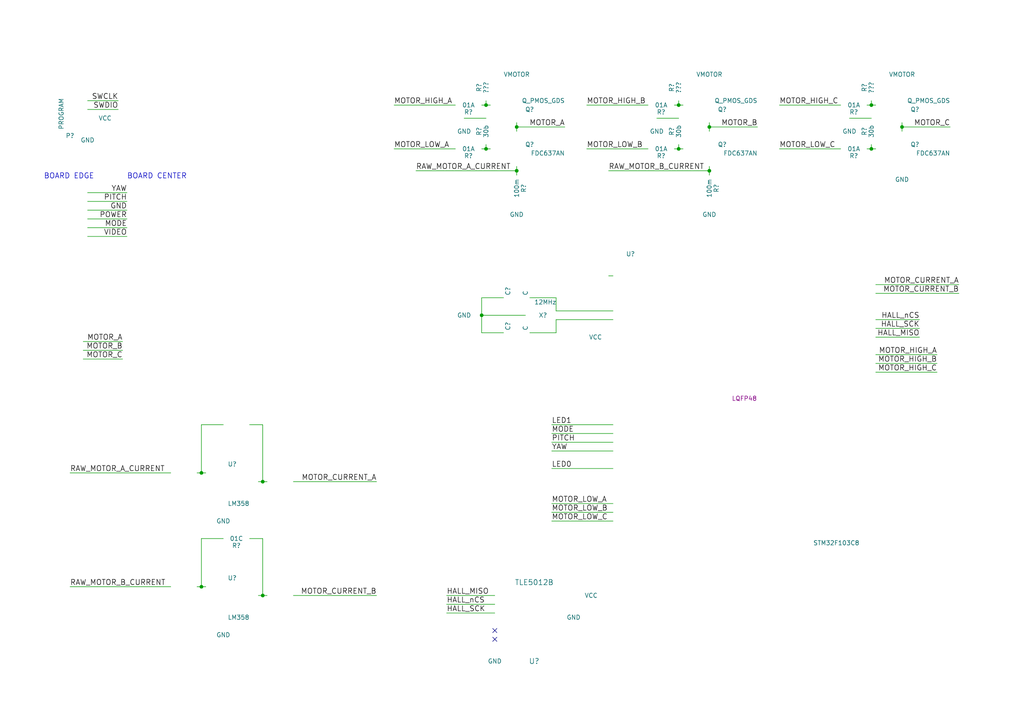
<source format=kicad_sch>
(kicad_sch (version 20230121) (generator eeschema)
  (paper "A4")
  (lib_symbols)
  (junction (at 139.7 91.44))
  (junction (at 205.74 49.53))
  (junction (at 261.62 36.83))
  (junction (at 252.73 30.48))
  (junction (at 149.86 36.83))
  (junction (at 140.97 30.48))
  (junction (at 58.42 170.18))
  (junction (at 58.42 137.16))
  (junction (at 149.86 49.53))
  (junction (at 196.85 30.48))
  (junction (at 196.85 43.18))
  (junction (at 76.2 139.7))
  (junction (at 140.97 43.18))
  (junction (at 205.74 36.83))
  (junction (at 76.2 172.72))
  (junction (at 252.73 43.18))
  (no_connect (at 143.51 182.88))
  (no_connect (at 143.51 185.42))
  (wire (pts (xy 139.7 96.52) (xy 146.05 96.52)))
  (wire (pts (xy 261.62 36.83) (xy 261.62 38.1)))
  (wire (pts (xy 195.58 43.18) (xy 196.85 43.18)))
  (wire (pts (xy 76.2 156.21) (xy 72.39 156.21)))
  (wire (pts (xy 149.86 49.53) (xy 120.65 49.53)))
  (wire (pts (xy 254 95.25) (xy 266.7 95.25)))
  (wire (pts (xy 205.74 48.26) (xy 205.74 49.53)))
  (wire (pts (xy 177.8 128.27) (xy 160.02 128.27)))
  (wire (pts (xy 161.29 90.17) (xy 161.29 86.36)))
  (wire (pts (xy 205.74 49.53) (xy 205.74 50.8)))
  (wire (pts (xy 149.86 48.26) (xy 149.86 49.53)))
  (wire (pts (xy 243.84 30.48) (xy 226.06 30.48)))
  (wire (pts (xy 176.53 80.01) (xy 177.8 80.01)))
  (wire (pts (xy 196.85 29.21) (xy 196.85 30.48)))
  (wire (pts (xy 34.29 29.21) (xy 25.4 29.21)))
  (wire (pts (xy 57.15 170.18) (xy 58.42 170.18)))
  (wire (pts (xy 140.97 30.48) (xy 142.24 30.48)))
  (wire (pts (xy 149.86 36.83) (xy 149.86 38.1)))
  (wire (pts (xy 254 102.87) (xy 271.78 102.87)))
  (wire (pts (xy 254 107.95) (xy 271.78 107.95)))
  (wire (pts (xy 254 97.79) (xy 266.7 97.79)))
  (wire (pts (xy 140.97 34.29) (xy 134.62 34.29)))
  (wire (pts (xy 25.4 60.96) (xy 36.83 60.96)))
  (wire (pts (xy 153.67 96.52) (xy 161.29 96.52)))
  (wire (pts (xy 129.54 175.26) (xy 143.51 175.26)))
  (wire (pts (xy 251.46 43.18) (xy 252.73 43.18)))
  (wire (pts (xy 76.2 123.19) (xy 72.39 123.19)))
  (wire (pts (xy 205.74 35.56) (xy 205.74 36.83)))
  (wire (pts (xy 74.93 139.7) (xy 76.2 139.7)))
  (wire (pts (xy 24.13 104.14) (xy 35.56 104.14)))
  (wire (pts (xy 143.51 172.72) (xy 129.54 172.72)))
  (wire (pts (xy 25.4 68.58) (xy 36.83 68.58)))
  (wire (pts (xy 177.8 92.71) (xy 161.29 92.71)))
  (wire (pts (xy 146.05 86.36) (xy 139.7 86.36)))
  (wire (pts (xy 76.2 139.7) (xy 77.47 139.7)))
  (wire (pts (xy 243.84 43.18) (xy 226.06 43.18)))
  (wire (pts (xy 196.85 30.48) (xy 198.12 30.48)))
  (wire (pts (xy 25.4 31.75) (xy 34.29 31.75)))
  (wire (pts (xy 139.7 43.18) (xy 140.97 43.18)))
  (wire (pts (xy 251.46 30.48) (xy 252.73 30.48)))
  (wire (pts (xy 161.29 92.71) (xy 161.29 96.52)))
  (wire (pts (xy 196.85 43.18) (xy 198.12 43.18)))
  (wire (pts (xy 132.08 30.48) (xy 114.3 30.48)))
  (wire (pts (xy 58.42 123.19) (xy 58.42 137.16)))
  (wire (pts (xy 177.8 90.17) (xy 161.29 90.17)))
  (wire (pts (xy 25.4 63.5) (xy 36.83 63.5)))
  (wire (pts (xy 139.7 30.48) (xy 140.97 30.48)))
  (wire (pts (xy 49.53 137.16) (xy 20.32 137.16)))
  (wire (pts (xy 132.08 43.18) (xy 114.3 43.18)))
  (wire (pts (xy 109.22 139.7) (xy 85.09 139.7)))
  (wire (pts (xy 74.93 172.72) (xy 76.2 172.72)))
  (wire (pts (xy 149.86 36.83) (xy 163.83 36.83)))
  (wire (pts (xy 64.77 156.21) (xy 58.42 156.21)))
  (wire (pts (xy 254 82.55) (xy 278.13 82.55)))
  (wire (pts (xy 76.2 172.72) (xy 76.2 156.21)))
  (wire (pts (xy 25.4 66.04) (xy 36.83 66.04)))
  (wire (pts (xy 187.96 43.18) (xy 170.18 43.18)))
  (wire (pts (xy 143.51 177.8) (xy 129.54 177.8)))
  (wire (pts (xy 187.96 30.48) (xy 170.18 30.48)))
  (wire (pts (xy 25.4 55.88) (xy 36.83 55.88)))
  (wire (pts (xy 177.8 146.05) (xy 160.02 146.05)))
  (wire (pts (xy 205.74 36.83) (xy 205.74 38.1)))
  (wire (pts (xy 252.73 30.48) (xy 254 30.48)))
  (wire (pts (xy 177.8 151.13) (xy 160.02 151.13)))
  (wire (pts (xy 195.58 30.48) (xy 196.85 30.48)))
  (wire (pts (xy 109.22 172.72) (xy 85.09 172.72)))
  (wire (pts (xy 140.97 41.91) (xy 140.97 43.18)))
  (wire (pts (xy 153.67 86.36) (xy 161.29 86.36)))
  (wire (pts (xy 196.85 41.91) (xy 196.85 43.18)))
  (wire (pts (xy 49.53 170.18) (xy 20.32 170.18)))
  (wire (pts (xy 177.8 130.81) (xy 160.02 130.81)))
  (wire (pts (xy 58.42 156.21) (xy 58.42 170.18)))
  (wire (pts (xy 261.62 36.83) (xy 275.59 36.83)))
  (wire (pts (xy 177.8 135.89) (xy 160.02 135.89)))
  (wire (pts (xy 58.42 170.18) (xy 59.69 170.18)))
  (wire (pts (xy 139.7 86.36) (xy 139.7 91.44)))
  (wire (pts (xy 205.74 49.53) (xy 176.53 49.53)))
  (wire (pts (xy 57.15 137.16) (xy 58.42 137.16)))
  (wire (pts (xy 139.7 91.44) (xy 139.7 96.52)))
  (wire (pts (xy 254 92.71) (xy 266.7 92.71)))
  (wire (pts (xy 252.73 29.21) (xy 252.73 30.48)))
  (wire (pts (xy 196.85 34.29) (xy 190.5 34.29)))
  (wire (pts (xy 252.73 43.18) (xy 254 43.18)))
  (wire (pts (xy 149.86 35.56) (xy 149.86 36.83)))
  (wire (pts (xy 140.97 43.18) (xy 142.24 43.18)))
  (wire (pts (xy 254 85.09) (xy 278.13 85.09)))
  (wire (pts (xy 76.2 172.72) (xy 77.47 172.72)))
  (wire (pts (xy 149.86 49.53) (xy 149.86 50.8)))
  (wire (pts (xy 58.42 137.16) (xy 59.69 137.16)))
  (wire (pts (xy 152.4 91.44) (xy 139.7 91.44)))
  (wire (pts (xy 25.4 58.42) (xy 36.83 58.42)))
  (wire (pts (xy 160.02 123.19) (xy 177.8 123.19)))
  (wire (pts (xy 64.77 123.19) (xy 58.42 123.19)))
  (wire (pts (xy 205.74 36.83) (xy 219.71 36.83)))
  (wire (pts (xy 261.62 35.56) (xy 261.62 36.83)))
  (wire (pts (xy 254 105.41) (xy 271.78 105.41)))
  (wire (pts (xy 76.2 139.7) (xy 76.2 123.19)))
  (wire (pts (xy 177.8 125.73) (xy 160.02 125.73)))
  (wire (pts (xy 24.13 99.06) (xy 35.56 99.06)))
  (wire (pts (xy 252.73 41.91) (xy 252.73 43.18)))
  (wire (pts (xy 252.73 34.29) (xy 246.38 34.29)))
  (wire (pts (xy 177.8 148.59) (xy 160.02 148.59)))
  (wire (pts (xy 140.97 29.21) (xy 140.97 30.48)))
  (wire (pts (xy 35.56 101.6) (xy 24.13 101.6)))
  (text "BOARD EDGE" (at 12.7 52.07 0) (effects (font (size 1.524 1.524)) (justify left bottom)))
  (text "BOARD CENTER" (at 36.83 52.07 0) (effects (font (size 1.524 1.524)) (justify left bottom)))
  (label "MOTOR_HIGH_B" (at 271.78 105.41 180) (effects (font (size 1.524 1.524))))
  (label "MOTOR_LOW_B" (at 160.02 148.59 0) (effects (font (size 1.524 1.524))))
  (label "RAW_MOTOR_A_CURRENT" (at 120.65 49.53 0) (effects (font (size 1.524 1.524))))
  (label "MOTOR_HIGH_A" (at 114.3 30.48 0) (effects (font (size 1.524 1.524))))
  (label "PITCH" (at 160.02 128.27 0) (effects (font (size 1.524 1.524))))
  (label "MOTOR_A" (at 35.56 99.06 180) (effects (font (size 1.524 1.524))))
  (label "HALL_SCK" (at 129.54 177.8 0) (effects (font (size 1.524 1.524))))
  (label "MOTOR_HIGH_C" (at 226.06 30.48 0) (effects (font (size 1.524 1.524))))
  (label "HALL_nCS" (at 129.54 175.26 0) (effects (font (size 1.524 1.524))))
  (label "HALL_MISO" (at 266.7 97.79 180) (effects (font (size 1.524 1.524))))
  (label "MOTOR_C" (at 275.59 36.83 180) (effects (font (size 1.524 1.524))))
  (label "RAW_MOTOR_B_CURRENT" (at 20.32 170.18 0) (effects (font (size 1.524 1.524))))
  (label "MODE" (at 36.83 66.04 180) (effects (font (size 1.524 1.524))))
  (label "MOTOR_HIGH_A" (at 271.78 102.87 180) (effects (font (size 1.524 1.524))))
  (label "GND" (at 36.83 60.96 180) (effects (font (size 1.524 1.524))))
  (label "MOTOR_B" (at 219.71 36.83 180) (effects (font (size 1.524 1.524))))
  (label "HALL_SCK" (at 266.7 95.25 180) (effects (font (size 1.524 1.524))))
  (label "MODE" (at 160.02 125.73 0) (effects (font (size 1.524 1.524))))
  (label "YAW" (at 160.02 130.81 0) (effects (font (size 1.524 1.524))))
  (label "MOTOR_CURRENT_A" (at 278.13 82.55 180) (effects (font (size 1.524 1.524))))
  (label "MOTOR_LOW_C" (at 226.06 43.18 0) (effects (font (size 1.524 1.524))))
  (label "HALL_nCS" (at 266.7 92.71 180) (effects (font (size 1.524 1.524))))
  (label "MOTOR_LOW_B" (at 170.18 43.18 0) (effects (font (size 1.524 1.524))))
  (label "MOTOR_HIGH_C" (at 271.78 107.95 180) (effects (font (size 1.524 1.524))))
  (label "MOTOR_B" (at 35.56 101.6 180) (effects (font (size 1.524 1.524))))
  (label "VIDEO" (at 36.83 68.58 180) (effects (font (size 1.524 1.524))))
  (label "LED0" (at 160.02 135.89 0) (effects (font (size 1.524 1.524))))
  (label "LED1" (at 160.02 123.19 0) (effects (font (size 1.524 1.524))))
  (label "MOTOR_LOW_A" (at 114.3 43.18 0) (effects (font (size 1.524 1.524))))
  (label "MOTOR_LOW_A" (at 160.02 146.05 0) (effects (font (size 1.524 1.524))))
  (label "MOTOR_A" (at 163.83 36.83 180) (effects (font (size 1.524 1.524))))
  (label "MOTOR_LOW_C" (at 160.02 151.13 0) (effects (font (size 1.524 1.524))))
  (label "SWDIO" (at 34.29 31.75 180) (effects (font (size 1.524 1.524))))
  (label "MOTOR_CURRENT_A" (at 109.22 139.7 180) (effects (font (size 1.524 1.524))))
  (label "HALL_MISO" (at 129.54 172.72 0) (effects (font (size 1.524 1.524))))
  (label "MOTOR_CURRENT_B" (at 278.13 85.09 180) (effects (font (size 1.524 1.524))))
  (label "PITCH" (at 36.83 58.42 180) (effects (font (size 1.524 1.524))))
  (label "YAW" (at 36.83 55.88 180) (effects (font (size 1.524 1.524))))
  (label "POWER" (at 36.83 63.5 180) (effects (font (size 1.524 1.524))))
  (label "SWCLK" (at 34.29 29.21 180) (effects (font (size 1.524 1.524))))
  (label "RAW_MOTOR_B_CURRENT" (at 176.53 49.53 0) (effects (font (size 1.524 1.524))))
  (label "RAW_MOTOR_A_CURRENT" (at 20.32 137.16 0) (effects (font (size 1.524 1.524))))
  (label "MOTOR_C" (at 35.56 104.14 180) (effects (font (size 1.524 1.524))))
  (label "MOTOR_HIGH_B" (at 170.18 30.48 0) (effects (font (size 1.524 1.524))))
  (label "MOTOR_CURRENT_B" (at 109.22 172.72 180) (effects (font (size 1.524 1.524))))
  (symbol (lib_id "STM32F103C8") (at 215.9 115.57 0) (unit 1)
    (property "Reference" "U?" (at 182.88 73.66 0))
    (property "Value" "STM32F103C8" (at 242.57 157.48 0))
    (property "Footprint" "LQFP48" (at 215.9 115.57 0))
  )
  (symbol (lib_id "CONN_01X04") (at 20.32 33.02 180) (unit 1)
    (property "Reference" "P?" (at 20.32 39.37 0))
    (property "Value" "PROGRAM" (at 17.78 33.02 90))
  )
  (symbol (lib_id "GND") (at 25.4 36.83 0) (unit 1)
    (property "Reference" "#PWR?" (effects hide))
    (property "Value" "GND" (at 25.4 40.64 0))
  )
  (symbol (lib_id "VCC") (at 25.4 34.29 270) (unit 1)
    (property "Reference" "#PWR?" (effects hide))
    (property "Value" "VCC" (at 30.48 34.29 90))
  )
  (symbol (lib_id "VCC") (at 177.8 97.79 90) (unit 1)
    (property "Reference" "#PWR?" (effects hide))
    (property "Value" "VCC" (at 172.72 97.79 90))
  )
  (symbol (lib_id "LM358") (at 67.31 139.7 0) (unit 1)
    (property "Reference" "U?" (at 66.04 134.62 0) (effects (justify left)))
    (property "Value" "LM358" (at 66.04 146.05 0) (effects (justify left)))
  )
  (symbol (lib_id "LM358") (at 67.31 172.72 0) (unit 2)
    (property "Reference" "U?" (at 66.04 167.64 0) (effects (justify left)))
    (property "Value" "LM358" (at 66.04 179.07 0) (effects (justify left)))
  )
  (symbol (lib_id "TLE5012B") (at 154.94 180.34 0) (unit 1)
    (property "Reference" "U?" (at 154.94 191.77 0) (effects (font (size 1.524 1.524))))
    (property "Value" "TLE5012B" (at 154.94 168.91 0) (effects (font (size 1.524 1.524))))
  )
  (symbol (lib_id "GND") (at 143.51 187.96 0) (unit 1)
    (property "Reference" "#PWR?" (effects hide))
    (property "Value" "GND" (at 143.51 191.77 0))
  )
  (symbol (lib_id "GND") (at 166.37 175.26 0) (unit 1)
    (property "Reference" "#PWR?" (effects hide))
    (property "Value" "GND" (at 166.37 179.07 0))
  )
  (symbol (lib_id "VCC") (at 166.37 172.72 270) (unit 1)
    (property "Reference" "#PWR?" (effects hide))
    (property "Value" "VCC" (at 171.45 172.72 90))
  )
  (symbol (lib_id "CONN_01X06") (at 20.32 62.23 180) (unit 1)
    (property "Reference" "P?" (at 20.32 71.12 0))
    (property "Value" "BUS_IN" (at 17.78 62.23 90))
  )
  (symbol (lib_id "R") (at 81.28 139.7 270) (unit 1)
    (property "Reference" "R?" (at 81.28 141.732 90))
    (property "Value" "01A" (at 81.28 139.7 90))
  )
  (symbol (lib_id "R") (at 68.58 123.19 270) (unit 1)
    (property "Reference" "R?" (at 68.58 125.222 90))
    (property "Value" "01C" (at 68.58 123.19 90))
  )
  (symbol (lib_id "R") (at 53.34 137.16 270) (unit 1)
    (property "Reference" "R?" (at 53.34 139.192 90))
    (property "Value" "01b" (at 53.34 137.16 90))
  )
  (symbol (lib_id "GND") (at 261.62 48.26 0) (unit 1)
    (property "Reference" "#PWR?" (effects hide))
    (property "Value" "GND" (at 261.62 52.07 0))
  )
  (symbol (lib_id "R") (at 247.65 43.18 270) (unit 1)
    (property "Reference" "R?" (at 247.65 45.212 90))
    (property "Value" "01A" (at 247.65 43.18 90))
  )
  (symbol (lib_id "R") (at 247.65 30.48 270) (unit 1)
    (property "Reference" "R?" (at 247.65 32.512 90))
    (property "Value" "01A" (at 247.65 30.48 90))
  )
  (symbol (lib_id "CONN_01X03") (at 19.05 101.6 0) (mirror y) (unit 1)
    (property "Reference" "P?" (at 19.05 96.52 0))
    (property "Value" "MOTOR" (at 16.51 101.6 90))
  )
  (symbol (lib_id "VMOTOR") (at 261.62 25.4 0) (unit 1)
    (property "Reference" "#PWR?" (effects hide))
    (property "Value" "VMOTOR" (at 261.62 21.59 0))
  )
  (symbol (lib_id "R") (at 252.73 25.4 180) (unit 1)
    (property "Reference" "R?" (at 250.698 25.4 90))
    (property "Value" "???" (at 252.73 25.4 90))
  )
  (symbol (lib_id "R") (at 252.73 38.1 180) (unit 1)
    (property "Reference" "R?" (at 250.698 38.1 90))
    (property "Value" "30b" (at 252.73 38.1 90))
  )
  (symbol (lib_id "R") (at 205.74 54.61 0) (unit 1)
    (property "Reference" "R?" (at 207.772 54.61 90))
    (property "Value" "100m" (at 205.74 54.61 90))
  )
  (symbol (lib_id "GND") (at 205.74 58.42 0) (unit 1)
    (property "Reference" "#PWR?" (effects hide))
    (property "Value" "GND" (at 205.74 62.23 0))
  )
  (symbol (lib_id "R") (at 191.77 43.18 270) (unit 1)
    (property "Reference" "R?" (at 191.77 45.212 90))
    (property "Value" "01A" (at 191.77 43.18 90))
  )
  (symbol (lib_id "R") (at 191.77 30.48 270) (unit 1)
    (property "Reference" "R?" (at 191.77 32.512 90))
    (property "Value" "01A" (at 191.77 30.48 90))
  )
  (symbol (lib_id "VMOTOR") (at 205.74 25.4 0) (unit 1)
    (property "Reference" "#PWR?" (effects hide))
    (property "Value" "VMOTOR" (at 205.74 21.59 0))
  )
  (symbol (lib_id "R") (at 196.85 25.4 180) (unit 1)
    (property "Reference" "R?" (at 194.818 25.4 90))
    (property "Value" "???" (at 196.85 25.4 90))
  )
  (symbol (lib_id "R") (at 196.85 38.1 180) (unit 1)
    (property "Reference" "R?" (at 194.818 38.1 90))
    (property "Value" "30b" (at 196.85 38.1 90))
  )
  (symbol (lib_id "Q_NMOS_GDS") (at 147.32 43.18 0) (unit 1)
    (property "Reference" "Q?" (at 154.94 41.91 0) (effects (justify right)))
    (property "Value" "FDC637AN" (at 163.83 44.45 0) (effects (justify right)))
  )
  (symbol (lib_id "Q_PMOS_GDS") (at 147.32 30.48 0) (mirror x) (unit 1)
    (property "Reference" "Q?" (at 154.94 31.75 0) (effects (justify right)))
    (property "Value" "Q_PMOS_GDS" (at 163.83 29.21 0) (effects (justify right)))
  )
  (symbol (lib_id "R") (at 149.86 54.61 0) (unit 1)
    (property "Reference" "R?" (at 151.892 54.61 90))
    (property "Value" "100m" (at 149.86 54.61 90))
  )
  (symbol (lib_id "GND") (at 149.86 58.42 0) (unit 1)
    (property "Reference" "#PWR?" (effects hide))
    (property "Value" "GND" (at 149.86 62.23 0))
  )
  (symbol (lib_id "R") (at 135.89 43.18 270) (unit 1)
    (property "Reference" "R?" (at 135.89 45.212 90))
    (property "Value" "01A" (at 135.89 43.18 90))
  )
  (symbol (lib_id "R") (at 135.89 30.48 270) (unit 1)
    (property "Reference" "R?" (at 135.89 32.512 90))
    (property "Value" "01A" (at 135.89 30.48 90))
  )
  (symbol (lib_id "VMOTOR") (at 149.86 25.4 0) (unit 1)
    (property "Reference" "#PWR?" (effects hide))
    (property "Value" "VMOTOR" (at 149.86 21.59 0))
  )
  (symbol (lib_id "R") (at 140.97 25.4 180) (unit 1)
    (property "Reference" "R?" (at 138.938 25.4 90))
    (property "Value" "???" (at 140.97 25.4 90))
  )
  (symbol (lib_id "R") (at 140.97 38.1 180) (unit 1)
    (property "Reference" "R?" (at 138.938 38.1 90))
    (property "Value" "30b" (at 140.97 38.1 90))
  )
  (symbol (lib_id "GND") (at 134.62 34.29 0) (unit 1)
    (property "Reference" "#PWR?" (effects hide))
    (property "Value" "GND" (at 134.62 38.1 0))
  )
  (symbol (lib_id "GND") (at 190.5 34.29 0) (unit 1)
    (property "Reference" "#PWR?" (effects hide))
    (property "Value" "GND" (at 190.5 38.1 0))
  )
  (symbol (lib_id "GND") (at 246.38 34.29 0) (unit 1)
    (property "Reference" "#PWR?" (effects hide))
    (property "Value" "GND" (at 246.38 38.1 0))
  )
  (symbol (lib_id "GND") (at 64.77 147.32 0) (unit 1)
    (property "Reference" "#PWR?" (effects hide))
    (property "Value" "GND" (at 64.77 151.13 0))
  )
  (symbol (lib_id "R") (at 81.28 172.72 270) (unit 1)
    (property "Reference" "R?" (at 81.28 174.752 90))
    (property "Value" "01A" (at 81.28 172.72 90))
  )
  (symbol (lib_id "R") (at 68.58 156.21 270) (unit 1)
    (property "Reference" "R?" (at 68.58 158.242 90))
    (property "Value" "01C" (at 68.58 156.21 90))
  )
  (symbol (lib_id "R") (at 53.34 170.18 270) (unit 1)
    (property "Reference" "R?" (at 53.34 172.212 90))
    (property "Value" "01b" (at 53.34 170.18 90))
  )
  (symbol (lib_id "GND") (at 64.77 180.34 0) (unit 1)
    (property "Reference" "#PWR?" (effects hide))
    (property "Value" "GND" (at 64.77 184.15 0))
  )
  (symbol (lib_id "Q_NMOS_GDS") (at 203.2 43.18 0) (unit 1)
    (property "Reference" "Q?" (at 210.82 41.91 0) (effects (justify right)))
    (property "Value" "FDC637AN" (at 219.71 44.45 0) (effects (justify right)))
  )
  (symbol (lib_id "Q_PMOS_GDS") (at 203.2 30.48 0) (mirror x) (unit 1)
    (property "Reference" "Q?" (at 210.82 31.75 0) (effects (justify right)))
    (property "Value" "Q_PMOS_GDS" (at 219.71 29.21 0) (effects (justify right)))
  )
  (symbol (lib_id "Q_NMOS_GDS") (at 259.08 43.18 0) (unit 1)
    (property "Reference" "Q?" (at 266.7 41.91 0) (effects (justify right)))
    (property "Value" "FDC637AN" (at 275.59 44.45 0) (effects (justify right)))
  )
  (symbol (lib_id "Q_PMOS_GDS") (at 259.08 30.48 0) (mirror x) (unit 1)
    (property "Reference" "Q?" (at 266.7 31.75 0) (effects (justify right)))
    (property "Value" "Q_PMOS_GDS" (at 275.59 29.21 0) (effects (justify right)))
  )
  (symbol (lib_id "CRYSTAL_SMD") (at 154.94 91.44 270) (unit 1)
    (property "Reference" "X?" (at 157.48 91.44 90))
    (property "Value" "12MHz" (at 154.94 87.63 90) (effects (justify left)))
  )
  (symbol (lib_id "GND") (at 139.7 91.44 270) (unit 1)
    (property "Reference" "#PWR?" (effects hide))
    (property "Value" "GND" (at 134.62 91.44 90))
  )
  (symbol (lib_id "C") (at 149.86 96.52 90) (unit 1)
    (property "Reference" "C?" (at 147.32 95.885 0) (effects (justify left)))
    (property "Value" "C" (at 152.4 95.885 0) (effects (justify left)))
  )
  (symbol (lib_id "C") (at 149.86 86.36 90) (unit 1)
    (property "Reference" "C?" (at 147.32 85.725 0) (effects (justify left)))
    (property "Value" "C" (at 152.4 85.725 0) (effects (justify left)))
  )
  (symbol (lib_id "R") (at 172.72 80.01 270) (unit 1)
    (property "Reference" "R?" (at 172.72 82.042 90))
    (property "Value" "???" (at 172.72 80.01 90))
  )
  (symbol (lib_id "CONN_01X06") (at 44.45 62.23 0) (mirror y) (unit 1)
    (property "Reference" "P?" (at 44.45 53.34 0))
    (property "Value" "BUS_OUT" (at 41.91 62.23 90))
  )
)
</source>
